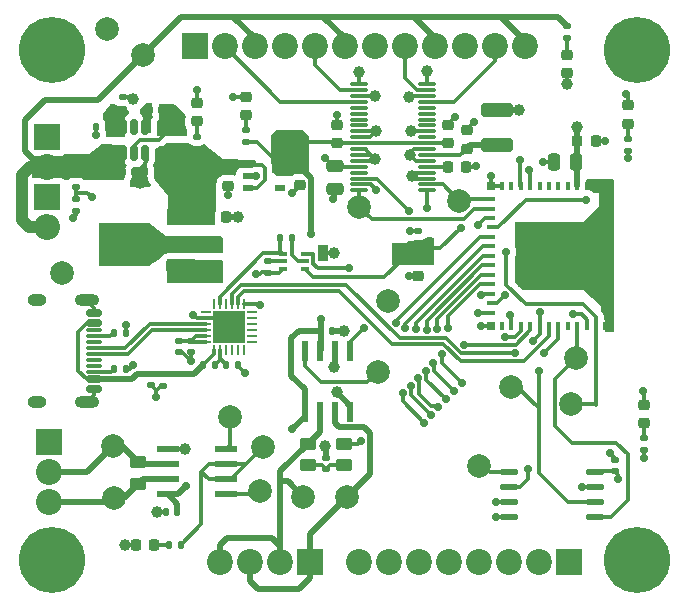
<source format=gtl>
G04 #@! TF.GenerationSoftware,KiCad,Pcbnew,7.0.7*
G04 #@! TF.CreationDate,2024-09-25T18:01:08-07:00*
G04 #@! TF.ProjectId,LAF Board Proto V1.0,4c414620-426f-4617-9264-2050726f746f,rev?*
G04 #@! TF.SameCoordinates,Original*
G04 #@! TF.FileFunction,Copper,L1,Top*
G04 #@! TF.FilePolarity,Positive*
%FSLAX46Y46*%
G04 Gerber Fmt 4.6, Leading zero omitted, Abs format (unit mm)*
G04 Created by KiCad (PCBNEW 7.0.7) date 2024-09-25 18:01:08*
%MOMM*%
%LPD*%
G01*
G04 APERTURE LIST*
G04 Aperture macros list*
%AMRoundRect*
0 Rectangle with rounded corners*
0 $1 Rounding radius*
0 $2 $3 $4 $5 $6 $7 $8 $9 X,Y pos of 4 corners*
0 Add a 4 corners polygon primitive as box body*
4,1,4,$2,$3,$4,$5,$6,$7,$8,$9,$2,$3,0*
0 Add four circle primitives for the rounded corners*
1,1,$1+$1,$2,$3*
1,1,$1+$1,$4,$5*
1,1,$1+$1,$6,$7*
1,1,$1+$1,$8,$9*
0 Add four rect primitives between the rounded corners*
20,1,$1+$1,$2,$3,$4,$5,0*
20,1,$1+$1,$4,$5,$6,$7,0*
20,1,$1+$1,$6,$7,$8,$9,0*
20,1,$1+$1,$8,$9,$2,$3,0*%
%AMFreePoly0*
4,1,15,-0.124998,0.730000,0.725000,0.730000,0.728536,0.728536,0.730000,0.725000,0.730000,-0.725000,0.728536,-0.728536,0.725000,-0.730000,-0.725000,-0.730000,-0.728536,-0.728536,-0.730000,-0.725000,-0.730001,0.125000,-0.728536,0.128536,-0.128536,0.728536,-0.125000,0.730001,-0.124998,0.730000,-0.124998,0.730000,$1*%
G04 Aperture macros list end*
G04 #@! TA.AperFunction,ComponentPad*
%ADD10R,2.200000X2.200000*%
G04 #@! TD*
G04 #@! TA.AperFunction,ComponentPad*
%ADD11C,2.200000*%
G04 #@! TD*
G04 #@! TA.AperFunction,SMDPad,CuDef*
%ADD12RoundRect,0.250000X-0.850000X0.375000X-0.850000X-0.375000X0.850000X-0.375000X0.850000X0.375000X0*%
G04 #@! TD*
G04 #@! TA.AperFunction,SMDPad,CuDef*
%ADD13RoundRect,0.135000X-0.135000X-0.185000X0.135000X-0.185000X0.135000X0.185000X-0.135000X0.185000X0*%
G04 #@! TD*
G04 #@! TA.AperFunction,SMDPad,CuDef*
%ADD14RoundRect,0.135000X0.185000X-0.135000X0.185000X0.135000X-0.185000X0.135000X-0.185000X-0.135000X0*%
G04 #@! TD*
G04 #@! TA.AperFunction,SMDPad,CuDef*
%ADD15RoundRect,0.140000X-0.170000X0.140000X-0.170000X-0.140000X0.170000X-0.140000X0.170000X0.140000X0*%
G04 #@! TD*
G04 #@! TA.AperFunction,SMDPad,CuDef*
%ADD16RoundRect,0.073750X-0.221250X0.801250X-0.221250X-0.801250X0.221250X-0.801250X0.221250X0.801250X0*%
G04 #@! TD*
G04 #@! TA.AperFunction,SMDPad,CuDef*
%ADD17RoundRect,0.250000X-1.100000X0.325000X-1.100000X-0.325000X1.100000X-0.325000X1.100000X0.325000X0*%
G04 #@! TD*
G04 #@! TA.AperFunction,SMDPad,CuDef*
%ADD18RoundRect,0.250000X-0.450000X0.262500X-0.450000X-0.262500X0.450000X-0.262500X0.450000X0.262500X0*%
G04 #@! TD*
G04 #@! TA.AperFunction,SMDPad,CuDef*
%ADD19RoundRect,0.135000X-0.185000X0.135000X-0.185000X-0.135000X0.185000X-0.135000X0.185000X0.135000X0*%
G04 #@! TD*
G04 #@! TA.AperFunction,SMDPad,CuDef*
%ADD20R,0.952500X0.508000*%
G04 #@! TD*
G04 #@! TA.AperFunction,SMDPad,CuDef*
%ADD21RoundRect,0.075000X0.662500X0.075000X-0.662500X0.075000X-0.662500X-0.075000X0.662500X-0.075000X0*%
G04 #@! TD*
G04 #@! TA.AperFunction,SMDPad,CuDef*
%ADD22RoundRect,0.218750X0.256250X-0.218750X0.256250X0.218750X-0.256250X0.218750X-0.256250X-0.218750X0*%
G04 #@! TD*
G04 #@! TA.AperFunction,SMDPad,CuDef*
%ADD23RoundRect,0.140000X-0.140000X-0.170000X0.140000X-0.170000X0.140000X0.170000X-0.140000X0.170000X0*%
G04 #@! TD*
G04 #@! TA.AperFunction,SMDPad,CuDef*
%ADD24RoundRect,0.225000X-0.250000X0.225000X-0.250000X-0.225000X0.250000X-0.225000X0.250000X0.225000X0*%
G04 #@! TD*
G04 #@! TA.AperFunction,SMDPad,CuDef*
%ADD25RoundRect,0.250000X0.450000X-0.262500X0.450000X0.262500X-0.450000X0.262500X-0.450000X-0.262500X0*%
G04 #@! TD*
G04 #@! TA.AperFunction,SMDPad,CuDef*
%ADD26RoundRect,0.135000X0.135000X0.185000X-0.135000X0.185000X-0.135000X-0.185000X0.135000X-0.185000X0*%
G04 #@! TD*
G04 #@! TA.AperFunction,SMDPad,CuDef*
%ADD27RoundRect,0.062500X-0.350000X-0.062500X0.350000X-0.062500X0.350000X0.062500X-0.350000X0.062500X0*%
G04 #@! TD*
G04 #@! TA.AperFunction,SMDPad,CuDef*
%ADD28RoundRect,0.062500X-0.062500X-0.350000X0.062500X-0.350000X0.062500X0.350000X-0.062500X0.350000X0*%
G04 #@! TD*
G04 #@! TA.AperFunction,SMDPad,CuDef*
%ADD29R,2.700000X2.700000*%
G04 #@! TD*
G04 #@! TA.AperFunction,ComponentPad*
%ADD30C,5.600000*%
G04 #@! TD*
G04 #@! TA.AperFunction,SMDPad,CuDef*
%ADD31RoundRect,0.218750X-0.256250X0.218750X-0.256250X-0.218750X0.256250X-0.218750X0.256250X0.218750X0*%
G04 #@! TD*
G04 #@! TA.AperFunction,SMDPad,CuDef*
%ADD32RoundRect,0.150000X-0.500000X0.150000X-0.500000X-0.150000X0.500000X-0.150000X0.500000X0.150000X0*%
G04 #@! TD*
G04 #@! TA.AperFunction,SMDPad,CuDef*
%ADD33RoundRect,0.075000X-0.575000X0.075000X-0.575000X-0.075000X0.575000X-0.075000X0.575000X0.075000X0*%
G04 #@! TD*
G04 #@! TA.AperFunction,ComponentPad*
%ADD34O,2.100000X1.000000*%
G04 #@! TD*
G04 #@! TA.AperFunction,ComponentPad*
%ADD35O,1.600000X1.000000*%
G04 #@! TD*
G04 #@! TA.AperFunction,SMDPad,CuDef*
%ADD36RoundRect,0.140000X0.140000X0.170000X-0.140000X0.170000X-0.140000X-0.170000X0.140000X-0.170000X0*%
G04 #@! TD*
G04 #@! TA.AperFunction,SMDPad,CuDef*
%ADD37RoundRect,0.133350X-0.615950X-0.133350X0.615950X-0.133350X0.615950X0.133350X-0.615950X0.133350X0*%
G04 #@! TD*
G04 #@! TA.AperFunction,SMDPad,CuDef*
%ADD38RoundRect,0.140000X0.170000X-0.140000X0.170000X0.140000X-0.170000X0.140000X-0.170000X-0.140000X0*%
G04 #@! TD*
G04 #@! TA.AperFunction,SMDPad,CuDef*
%ADD39R,0.650000X0.400000*%
G04 #@! TD*
G04 #@! TA.AperFunction,SMDPad,CuDef*
%ADD40R,0.889000X1.397000*%
G04 #@! TD*
G04 #@! TA.AperFunction,SMDPad,CuDef*
%ADD41RoundRect,0.225000X-0.225000X-0.250000X0.225000X-0.250000X0.225000X0.250000X-0.225000X0.250000X0*%
G04 #@! TD*
G04 #@! TA.AperFunction,SMDPad,CuDef*
%ADD42RoundRect,0.250000X-0.475000X0.250000X-0.475000X-0.250000X0.475000X-0.250000X0.475000X0.250000X0*%
G04 #@! TD*
G04 #@! TA.AperFunction,SMDPad,CuDef*
%ADD43RoundRect,0.150000X0.150000X-0.512500X0.150000X0.512500X-0.150000X0.512500X-0.150000X-0.512500X0*%
G04 #@! TD*
G04 #@! TA.AperFunction,SMDPad,CuDef*
%ADD44R,1.981200X0.540800*%
G04 #@! TD*
G04 #@! TA.AperFunction,SMDPad,CuDef*
%ADD45RoundRect,0.250000X0.250000X0.475000X-0.250000X0.475000X-0.250000X-0.475000X0.250000X-0.475000X0*%
G04 #@! TD*
G04 #@! TA.AperFunction,SMDPad,CuDef*
%ADD46R,0.400000X0.800000*%
G04 #@! TD*
G04 #@! TA.AperFunction,SMDPad,CuDef*
%ADD47R,0.800000X0.400000*%
G04 #@! TD*
G04 #@! TA.AperFunction,SMDPad,CuDef*
%ADD48R,1.450000X1.450000*%
G04 #@! TD*
G04 #@! TA.AperFunction,SMDPad,CuDef*
%ADD49R,0.700000X0.700000*%
G04 #@! TD*
G04 #@! TA.AperFunction,SMDPad,CuDef*
%ADD50FreePoly0,270.000000*%
G04 #@! TD*
G04 #@! TA.AperFunction,SMDPad,CuDef*
%ADD51RoundRect,0.250000X0.475000X-0.250000X0.475000X0.250000X-0.475000X0.250000X-0.475000X-0.250000X0*%
G04 #@! TD*
G04 #@! TA.AperFunction,SMDPad,CuDef*
%ADD52RoundRect,0.218750X-0.218750X-0.256250X0.218750X-0.256250X0.218750X0.256250X-0.218750X0.256250X0*%
G04 #@! TD*
G04 #@! TA.AperFunction,SMDPad,CuDef*
%ADD53R,2.150000X0.950000*%
G04 #@! TD*
G04 #@! TA.AperFunction,SMDPad,CuDef*
%ADD54R,2.150000X3.250000*%
G04 #@! TD*
G04 #@! TA.AperFunction,ComponentPad*
%ADD55C,2.000000*%
G04 #@! TD*
G04 #@! TA.AperFunction,ComponentPad*
%ADD56O,2.200000X2.200000*%
G04 #@! TD*
G04 #@! TA.AperFunction,ViaPad*
%ADD57C,1.000000*%
G04 #@! TD*
G04 #@! TA.AperFunction,ViaPad*
%ADD58C,0.700000*%
G04 #@! TD*
G04 #@! TA.AperFunction,Conductor*
%ADD59C,0.300000*%
G04 #@! TD*
G04 #@! TA.AperFunction,Conductor*
%ADD60C,0.500000*%
G04 #@! TD*
G04 #@! TA.AperFunction,Conductor*
%ADD61C,1.000000*%
G04 #@! TD*
G04 APERTURE END LIST*
D10*
X72930000Y-72530000D03*
D11*
X70390000Y-72530000D03*
X67850000Y-72530000D03*
X65310000Y-72530000D03*
X62770000Y-72530000D03*
X60230000Y-72530000D03*
X57690000Y-72530000D03*
X55150000Y-72530000D03*
D10*
X51050000Y-72520000D03*
D11*
X48510000Y-72520000D03*
X45970000Y-72520000D03*
X43430000Y-72520000D03*
X28910000Y-67460000D03*
X28910000Y-64920000D03*
D10*
X28910000Y-62380000D03*
D12*
X39300000Y-35715000D03*
X39300000Y-37865000D03*
D13*
X32930001Y-35655000D03*
X33950001Y-35655000D03*
D14*
X35200001Y-34180000D03*
X35200001Y-33160000D03*
X79270000Y-63071250D03*
X79270000Y-62051250D03*
D15*
X39940000Y-53797500D03*
X39940000Y-54757500D03*
D14*
X47470000Y-48040000D03*
X47470000Y-47020000D03*
D16*
X54385000Y-54635000D03*
X53115000Y-54635000D03*
X51845000Y-54635000D03*
X50575000Y-54635000D03*
X50575000Y-59805000D03*
X51845000Y-59805000D03*
X53115000Y-59805000D03*
X54385000Y-59805000D03*
D17*
X66840000Y-34265000D03*
X66840000Y-37215000D03*
D15*
X38549999Y-56630000D03*
X38549999Y-57590000D03*
D13*
X48460000Y-45090000D03*
X49480000Y-45090000D03*
D18*
X53880000Y-62492500D03*
X53880000Y-64317500D03*
D19*
X72810000Y-27160000D03*
X72810000Y-28180000D03*
D20*
X45762050Y-38930040D03*
X45762050Y-39880000D03*
X45762050Y-40829960D03*
X48517950Y-40829960D03*
X48517950Y-38930040D03*
D21*
X60922500Y-41060000D03*
X60922500Y-40560000D03*
X60922500Y-40060000D03*
X60922500Y-39560000D03*
X60922500Y-39060000D03*
X60922500Y-38560000D03*
X60922500Y-38060000D03*
X60922500Y-37560000D03*
X60922500Y-37060000D03*
X60922500Y-36560000D03*
X60922500Y-36060000D03*
X60922500Y-35560000D03*
X60922500Y-35060000D03*
X60922500Y-34560000D03*
X60922500Y-34060000D03*
X60922500Y-33560000D03*
X60922500Y-33060000D03*
X60922500Y-32560000D03*
X60922500Y-32060000D03*
X55197500Y-32060000D03*
X55197500Y-32560000D03*
X55197500Y-33060000D03*
X55197500Y-33560000D03*
X55197500Y-34060000D03*
X55197500Y-34560000D03*
X55197500Y-35060000D03*
X55197500Y-35560000D03*
X55197500Y-36060000D03*
X55197500Y-36560000D03*
X55197500Y-37060000D03*
X55197500Y-37560000D03*
X55197500Y-38060000D03*
X55197500Y-38560000D03*
X55197500Y-39060000D03*
X55197500Y-39560000D03*
X55197500Y-40060000D03*
X55197500Y-40560000D03*
X55197500Y-41060000D03*
D22*
X72810000Y-31145000D03*
X72810000Y-29570000D03*
D23*
X35200001Y-39530000D03*
X36160001Y-39530000D03*
D24*
X64310000Y-35965000D03*
X64310000Y-37515000D03*
D25*
X36490000Y-65922500D03*
X36490000Y-64097500D03*
D26*
X43020001Y-55807500D03*
X42000001Y-55807500D03*
D27*
X42207500Y-51360000D03*
X42207500Y-51860000D03*
X42207500Y-52360000D03*
X42207500Y-52860000D03*
X42207500Y-53360000D03*
X42207500Y-53860000D03*
D28*
X42920000Y-54572500D03*
X43420000Y-54572500D03*
X43920000Y-54572500D03*
X44420000Y-54572500D03*
X44920000Y-54572500D03*
X45420000Y-54572500D03*
D27*
X46132500Y-53860000D03*
X46132500Y-53360000D03*
X46132500Y-52860000D03*
X46132500Y-52360000D03*
X46132500Y-51860000D03*
X46132500Y-51360000D03*
D28*
X45420000Y-50647500D03*
X44920000Y-50647500D03*
X44420000Y-50647500D03*
X43920000Y-50647500D03*
X43420000Y-50647500D03*
X42920000Y-50647500D03*
D29*
X44170000Y-52610000D03*
D24*
X60215001Y-46745318D03*
X60215001Y-48295318D03*
D19*
X60215450Y-44480318D03*
X60215450Y-45500318D03*
D24*
X50170000Y-39095000D03*
X50170000Y-40645000D03*
D30*
X29210000Y-29210000D03*
D25*
X50860000Y-64320000D03*
X50860000Y-62495000D03*
D19*
X31200000Y-39720002D03*
X31200000Y-40740002D03*
D26*
X40130000Y-71050000D03*
X39110000Y-71050000D03*
D31*
X45640001Y-33142502D03*
X45640001Y-34717502D03*
X41460000Y-33645000D03*
X41460000Y-35220000D03*
D24*
X62730000Y-35515000D03*
X62730000Y-37065000D03*
D31*
X79270000Y-59193751D03*
X79270000Y-60768751D03*
D30*
X29210000Y-72390000D03*
D26*
X44970000Y-55817500D03*
X43950000Y-55817500D03*
D32*
X32760000Y-51470000D03*
X32760000Y-52270000D03*
D33*
X32760000Y-53420000D03*
X32760000Y-54420000D03*
X32760000Y-54920000D03*
X32760000Y-55920000D03*
D32*
X32760000Y-57070000D03*
X32760000Y-57870000D03*
X32760000Y-57870000D03*
X32760000Y-57070000D03*
D33*
X32760000Y-56420000D03*
X32760000Y-55420000D03*
X32760000Y-53920000D03*
X32760000Y-52920000D03*
D32*
X32760000Y-52270000D03*
X32760000Y-51470000D03*
D34*
X32120000Y-50350000D03*
D35*
X27940000Y-50350000D03*
D34*
X32120000Y-58990000D03*
D35*
X27940000Y-58990000D03*
D36*
X39790000Y-68250000D03*
X38830000Y-68250000D03*
D30*
X78740000Y-29210000D03*
D37*
X67882400Y-64875000D03*
X67882400Y-66145000D03*
X67882400Y-67415000D03*
X67882400Y-68685000D03*
X75197600Y-68685000D03*
X75197600Y-67415000D03*
X75197600Y-66145000D03*
X75197600Y-64875000D03*
D38*
X76850000Y-64860000D03*
X76850000Y-63900000D03*
D24*
X44100001Y-39155001D03*
X44100001Y-40705001D03*
D39*
X48710000Y-46410000D03*
X48710000Y-47060000D03*
X48710000Y-47710000D03*
X50610000Y-47710000D03*
X50610000Y-47060000D03*
X50610000Y-46410000D03*
D14*
X41460000Y-37519999D03*
X41460000Y-36499999D03*
D40*
X52094999Y-46390318D03*
X58595001Y-46390318D03*
D41*
X42410000Y-43300000D03*
X43960000Y-43300000D03*
D42*
X42710000Y-45690000D03*
X42710000Y-47590000D03*
D19*
X31190000Y-41760000D03*
X31190000Y-42780000D03*
D13*
X34400000Y-56180000D03*
X35420000Y-56180000D03*
D24*
X53330000Y-35515000D03*
X53330000Y-37065000D03*
D13*
X34410000Y-53140000D03*
X35430000Y-53140000D03*
D43*
X35200000Y-37930000D03*
X36150000Y-37930000D03*
X37100000Y-37930000D03*
X37100000Y-35655000D03*
X36150000Y-35655000D03*
X35200000Y-35655000D03*
D14*
X45640000Y-36940000D03*
X45640000Y-35920000D03*
D15*
X52370000Y-63707500D03*
X52370000Y-64667500D03*
D44*
X43904999Y-66795000D03*
X43904999Y-65525000D03*
X43904999Y-64255000D03*
X43904999Y-62985000D03*
X38975001Y-62985000D03*
X38975001Y-64255000D03*
X38975001Y-65525000D03*
X38975001Y-66795000D03*
D14*
X77960000Y-37710000D03*
X77960000Y-36690000D03*
D45*
X73550000Y-38650000D03*
X71650000Y-38650000D03*
D36*
X38040000Y-39530000D03*
X37080000Y-39530000D03*
D15*
X37540000Y-56610000D03*
X37540000Y-57570000D03*
D46*
X75270000Y-40700000D03*
X74470000Y-40700000D03*
X73670000Y-40700000D03*
X72870000Y-40700000D03*
X72070000Y-40700000D03*
X71270000Y-40700000D03*
X70470000Y-40700000D03*
X69670000Y-40700000D03*
X68870000Y-40700000D03*
X68070000Y-40700000D03*
X67270000Y-40700000D03*
D47*
X66370000Y-41800000D03*
X66370000Y-42600000D03*
X66370000Y-43400000D03*
X66370000Y-44200000D03*
X66370000Y-45000000D03*
X66370000Y-45800000D03*
X66370000Y-46600000D03*
X66370000Y-47400000D03*
X66370000Y-48200000D03*
X66370000Y-49000000D03*
X66370000Y-49800000D03*
X66370000Y-50600000D03*
X66370000Y-51400000D03*
D46*
X67270000Y-52500000D03*
X68070000Y-52500000D03*
X68870000Y-52500000D03*
X69670000Y-52500000D03*
X70470000Y-52500000D03*
X71270000Y-52500000D03*
X72070000Y-52500000D03*
X72870000Y-52500000D03*
X73670000Y-52500000D03*
X74470000Y-52500000D03*
X75270000Y-52500000D03*
D47*
X76170000Y-51400000D03*
X76170000Y-50600000D03*
X76170000Y-49800000D03*
X76170000Y-49000000D03*
X76170000Y-48200000D03*
X76170000Y-47400000D03*
X76170000Y-46600000D03*
X76170000Y-45800000D03*
X76170000Y-45000000D03*
X76170000Y-44200000D03*
X76170000Y-43400000D03*
X76170000Y-42600000D03*
X76170000Y-41800000D03*
D48*
X71270000Y-46600000D03*
D49*
X76220000Y-52550000D03*
X66320000Y-52550000D03*
X66320000Y-40650000D03*
X76220000Y-40650000D03*
D48*
X71270000Y-44650000D03*
X69320000Y-44650000D03*
X69320000Y-46600000D03*
X69320000Y-48550000D03*
X71270000Y-48550000D03*
X73220000Y-48550000D03*
X73220000Y-46600000D03*
D50*
X73220000Y-44650000D03*
D51*
X53140000Y-40900000D03*
X53140000Y-39000000D03*
D30*
X78740000Y-72380000D03*
D31*
X77960000Y-33822500D03*
X77960000Y-35397500D03*
D52*
X36272501Y-71050000D03*
X37847501Y-71050000D03*
D23*
X51950000Y-52940000D03*
X52910000Y-52940000D03*
D41*
X62695000Y-39060000D03*
X64245000Y-39060000D03*
D23*
X37460000Y-34220000D03*
X38420000Y-34220000D03*
D15*
X40980001Y-53797500D03*
X40980001Y-54757500D03*
D53*
X40230000Y-47900000D03*
X40230000Y-45600000D03*
X40230000Y-43300000D03*
D54*
X34430000Y-45600000D03*
D41*
X73655000Y-36850000D03*
X75205000Y-36850000D03*
D55*
X73540000Y-55260000D03*
X34410000Y-67130000D03*
X34370000Y-62680000D03*
X46810000Y-66500000D03*
X30010000Y-48060000D03*
D56*
X28790000Y-44160000D03*
D10*
X28790000Y-41620000D03*
D11*
X28790000Y-39080000D03*
D10*
X28790000Y-36540000D03*
D55*
X33860000Y-27360000D03*
X73090000Y-59160000D03*
X54170000Y-67000000D03*
X36880000Y-29630000D03*
D10*
X41260000Y-28850000D03*
D11*
X43800000Y-28850000D03*
X46340000Y-28850000D03*
X48880000Y-28850000D03*
X51420000Y-28850000D03*
X53960000Y-28850000D03*
X56500000Y-28850000D03*
X59040000Y-28850000D03*
X61580000Y-28850000D03*
X64120000Y-28850000D03*
X66660000Y-28850000D03*
X69200000Y-28850000D03*
D55*
X49750000Y-36960000D03*
X50450000Y-67000000D03*
X55190000Y-42440001D03*
X56810000Y-56400000D03*
X44280000Y-60270000D03*
X68090000Y-57670000D03*
X65330000Y-64400000D03*
X40840000Y-40770000D03*
X63670000Y-41940000D03*
X57640000Y-50440000D03*
X47070000Y-62810000D03*
D57*
X36080000Y-33330000D03*
X56540000Y-38380000D03*
D58*
X44100000Y-41490000D03*
X42320000Y-48480000D03*
X65540000Y-52550000D03*
X76400000Y-63320000D03*
D57*
X74940000Y-46510000D03*
X74940000Y-49160000D03*
D58*
X44480000Y-33140000D03*
D57*
X53280000Y-58170000D03*
X35340000Y-71050000D03*
X52280000Y-62740000D03*
D58*
X32930001Y-36330000D03*
X52940000Y-41750000D03*
X41490000Y-32569999D03*
X59395450Y-48295318D03*
D57*
X74940000Y-45185000D03*
X56508284Y-33058767D03*
X59609106Y-36054748D03*
X72810000Y-32080000D03*
X59439380Y-33116796D03*
D58*
X65050000Y-39000000D03*
X30930000Y-43390000D03*
X79250000Y-58081251D03*
X36051486Y-55881110D03*
D57*
X68690000Y-34260000D03*
X59640000Y-39800000D03*
D58*
X65260000Y-43989500D03*
X45550000Y-56500000D03*
X41160000Y-51580000D03*
X40980000Y-55517500D03*
X63350000Y-34830000D03*
D57*
X74940000Y-47835000D03*
D58*
X49540000Y-41240000D03*
D57*
X56660000Y-36010000D03*
D58*
X35460000Y-52470000D03*
D57*
X40470000Y-62990000D03*
D58*
X43070000Y-48500000D03*
D57*
X59485500Y-38080000D03*
X53035001Y-46390318D03*
X44910000Y-43300000D03*
X53090000Y-56020000D03*
X55200000Y-31000000D03*
X74940000Y-43860000D03*
D58*
X46499016Y-39880000D03*
D57*
X60920000Y-30990000D03*
D58*
X76000000Y-36840000D03*
D57*
X36610000Y-40400000D03*
X38050000Y-68250000D03*
X53870000Y-52940000D03*
D58*
X66790000Y-68700000D03*
X53330000Y-34710000D03*
X66350000Y-39850000D03*
X70800000Y-38670000D03*
X64910000Y-35280000D03*
X77790000Y-32909999D03*
X37970000Y-58570000D03*
X79270000Y-63681251D03*
D57*
X73670000Y-35660000D03*
D58*
X59530000Y-44500000D03*
D57*
X37350000Y-44550000D03*
D58*
X74100000Y-66145000D03*
D57*
X37400000Y-45650000D03*
X36300000Y-46750000D03*
X37400000Y-46750000D03*
D58*
X66790000Y-67410000D03*
X52290000Y-38280000D03*
D57*
X36300000Y-45640000D03*
D58*
X77150000Y-65510000D03*
D57*
X36300000Y-44550000D03*
D58*
X69540000Y-39330000D03*
X63790000Y-44230000D03*
X51950000Y-51930000D03*
X49520000Y-61300000D03*
X51120000Y-44760000D03*
X40570000Y-66110000D03*
X54340000Y-47640000D03*
X67530000Y-49920000D03*
X46450000Y-48170000D03*
X46825813Y-50790863D03*
X55310000Y-62320000D03*
X67960000Y-51610000D03*
X32570000Y-41660000D03*
X68850000Y-38480000D03*
X74400000Y-41850000D03*
X77920000Y-38340000D03*
X70410000Y-56360000D03*
X69880189Y-53830567D03*
X70470000Y-51379500D03*
X56640000Y-41010000D03*
X60922500Y-42560000D03*
X59450000Y-42790000D03*
X67650000Y-46270000D03*
X69510000Y-64670000D03*
X73340000Y-51550000D03*
X67570000Y-53441000D03*
X64095628Y-54125628D03*
X55580000Y-52710000D03*
X65520000Y-49900500D03*
X65290000Y-51400000D03*
X68420000Y-54840000D03*
X70850000Y-54840000D03*
X62696128Y-52740000D03*
X63923175Y-57343175D03*
X62225122Y-54941422D03*
X63230500Y-58085837D03*
X61800893Y-52827508D03*
X61464804Y-55701740D03*
X62533774Y-58732575D03*
X60901599Y-52846847D03*
X60828760Y-56337784D03*
X60002191Y-52833788D03*
X60192716Y-56973828D03*
X61897730Y-59368620D03*
X61303671Y-60044045D03*
X59106833Y-52747539D03*
X59556672Y-57609873D03*
X60716198Y-60725206D03*
X58920628Y-58245917D03*
X58338209Y-52280291D03*
D59*
X46539006Y-40829960D02*
X47199016Y-40169950D01*
X47199016Y-39149016D02*
X46980040Y-38930040D01*
X47199016Y-40169950D02*
X47199016Y-39149016D01*
X46980040Y-38930040D02*
X45762050Y-38930040D01*
X35910000Y-33160000D02*
X36080000Y-33330000D01*
X35200001Y-33160000D02*
X35910000Y-33160000D01*
X45762050Y-40829960D02*
X46539006Y-40829960D01*
X37970000Y-58570000D02*
X37970000Y-58060000D01*
X56540000Y-38380000D02*
X56220000Y-38060000D01*
X52094999Y-46390318D02*
X53035001Y-46390318D01*
X64310000Y-35965000D02*
X64310000Y-35880000D01*
D60*
X52370000Y-63707500D02*
X52370000Y-62830000D01*
X52370000Y-62830000D02*
X52280000Y-62740000D01*
X53280000Y-58170000D02*
X54385000Y-59275000D01*
D59*
X75990000Y-36850000D02*
X76000000Y-36840000D01*
X66320000Y-40650000D02*
X66320000Y-39880000D01*
X75205000Y-36850000D02*
X75990000Y-36850000D01*
X77790000Y-32909999D02*
X77960000Y-33079999D01*
D60*
X53115000Y-55995000D02*
X53090000Y-56020000D01*
D59*
X56220000Y-38060000D02*
X55197500Y-38060000D01*
X35420000Y-56180000D02*
X35752596Y-56180000D01*
X32760000Y-58350000D02*
X32120000Y-58990000D01*
X65849500Y-43400000D02*
X65260000Y-43989500D01*
X40980001Y-54757500D02*
X40980001Y-55517499D01*
X56507051Y-33060000D02*
X56508284Y-33058767D01*
X32760000Y-50990000D02*
X32120000Y-50350000D01*
D60*
X52910000Y-52940000D02*
X53870000Y-52940000D01*
X68685000Y-34265000D02*
X68690000Y-34260000D01*
D59*
X37970000Y-58000000D02*
X37540000Y-57570000D01*
X40980001Y-55517499D02*
X40980000Y-55517500D01*
X79270000Y-59193752D02*
X79270000Y-58101250D01*
X64990000Y-39060000D02*
X64245000Y-39060000D01*
X55197500Y-32060000D02*
X55197500Y-31002500D01*
X39940000Y-54757500D02*
X40220000Y-54757500D01*
X65050000Y-39000000D02*
X64990000Y-39060000D01*
X59640000Y-39800000D02*
X59900000Y-40060000D01*
X36272501Y-71050000D02*
X35340000Y-71050000D01*
D60*
X53115000Y-54635000D02*
X53115000Y-55995000D01*
D59*
X56540000Y-38380000D02*
X56360000Y-38560000D01*
X59614358Y-36060000D02*
X59609106Y-36054748D01*
X53140000Y-40900000D02*
X53140000Y-41550000D01*
X41490000Y-33615000D02*
X41460000Y-33645000D01*
X44970000Y-55920000D02*
X44970000Y-55817500D01*
X59485500Y-38080000D02*
X59965500Y-38560000D01*
X56610000Y-36060000D02*
X55197500Y-36060000D01*
X67270000Y-40700000D02*
X66370000Y-40700000D01*
X59485500Y-38080000D02*
X59485500Y-37924500D01*
X35752596Y-56180000D02*
X36051486Y-55881110D01*
X45762050Y-39880000D02*
X46499016Y-39880000D01*
X45640001Y-33142502D02*
X44482502Y-33142502D01*
X76850000Y-63900000D02*
X76850000Y-63770000D01*
X53140000Y-41550000D02*
X52940000Y-41750000D01*
X59850000Y-37560000D02*
X60922500Y-37560000D01*
X65540000Y-52550000D02*
X66320000Y-52550000D01*
D60*
X66840000Y-34265000D02*
X68685000Y-34265000D01*
D59*
X59900000Y-40060000D02*
X60922500Y-40060000D01*
X44100001Y-41489999D02*
X44100000Y-41490000D01*
X55197500Y-33060000D02*
X56507051Y-33060000D01*
X41490000Y-32569999D02*
X41490000Y-33615000D01*
X40465000Y-62985000D02*
X40470000Y-62990000D01*
X32930001Y-36330000D02*
X32930001Y-35655000D01*
X62730000Y-35450000D02*
X63350000Y-34830000D01*
X60922500Y-30992500D02*
X60920000Y-30990000D01*
X38440000Y-57590000D02*
X38549999Y-57590000D01*
X44482502Y-33142502D02*
X44480000Y-33140000D01*
X49540000Y-41240000D02*
X49575000Y-41240000D01*
X31190000Y-43130000D02*
X31190000Y-42780000D01*
X59496176Y-33060000D02*
X59439380Y-33116796D01*
X71650000Y-38650000D02*
X70820000Y-38650000D01*
X30930000Y-43390000D02*
X31190000Y-43130000D01*
X37970000Y-58060000D02*
X38440000Y-57590000D01*
X55720000Y-37560000D02*
X55197500Y-37560000D01*
X67882400Y-68685000D02*
X66805000Y-68685000D01*
X41160000Y-51580000D02*
X41440000Y-51860000D01*
X66320000Y-39880000D02*
X66350000Y-39850000D01*
X60922500Y-32060000D02*
X60922500Y-30992500D01*
X60922500Y-33060000D02*
X59496176Y-33060000D01*
X59485500Y-37924500D02*
X59850000Y-37560000D01*
D60*
X43960000Y-43300000D02*
X44910000Y-43300000D01*
D59*
X56660000Y-36010000D02*
X56110000Y-36560000D01*
X64310000Y-35880000D02*
X64910000Y-35280000D01*
X59965500Y-38560000D02*
X60922500Y-38560000D01*
D60*
X54385000Y-59275000D02*
X54385000Y-59805000D01*
D59*
X60922500Y-39560000D02*
X59880000Y-39560000D01*
X44170000Y-52610000D02*
X43420000Y-51860000D01*
X59395450Y-48295318D02*
X60215001Y-48295318D01*
X41440000Y-51860000D02*
X42207500Y-51860000D01*
X66370000Y-40700000D02*
X66320000Y-40650000D01*
X66805000Y-68685000D02*
X66790000Y-68700000D01*
X76850000Y-63770000D02*
X76400000Y-63320000D01*
X53330000Y-35515000D02*
X53330000Y-34710000D01*
X60922500Y-36060000D02*
X59614358Y-36060000D01*
X79270000Y-58101250D02*
X79250000Y-58081251D01*
X56540000Y-38380000D02*
X55720000Y-37560000D01*
X45550000Y-56500000D02*
X44970000Y-55920000D01*
X32760000Y-51470000D02*
X32760000Y-50990000D01*
X38830000Y-68250000D02*
X38050000Y-68250000D01*
X38975001Y-62985000D02*
X40465000Y-62985000D01*
X70820000Y-38650000D02*
X70800000Y-38670000D01*
X35430000Y-53140000D02*
X35430000Y-52500000D01*
X56110000Y-36560000D02*
X55197500Y-36560000D01*
X56360000Y-38560000D02*
X55197500Y-38560000D01*
X77960000Y-33079999D02*
X77960000Y-33822499D01*
X56660000Y-36010000D02*
X56610000Y-36060000D01*
X37970000Y-58570000D02*
X37970000Y-58000000D01*
X44100001Y-40705001D02*
X44100001Y-41489999D01*
X72810000Y-31145000D02*
X72810000Y-32080000D01*
X49575000Y-41240000D02*
X50170000Y-40645000D01*
X59880000Y-39560000D02*
X59640000Y-39800000D01*
X43420000Y-51860000D02*
X42207500Y-51860000D01*
X35430000Y-52500000D02*
X35460000Y-52470000D01*
X55197500Y-31002500D02*
X55200000Y-31000000D01*
X32760000Y-57870000D02*
X32760000Y-58350000D01*
X40220000Y-54757500D02*
X40980000Y-55517500D01*
X62730000Y-35515000D02*
X62730000Y-35450000D01*
X66370000Y-43400000D02*
X65849500Y-43400000D01*
X67882400Y-67415000D02*
X66795000Y-67415000D01*
X55197500Y-39060000D02*
X53200000Y-39060000D01*
X79270000Y-63071249D02*
X79270000Y-63681251D01*
X75212600Y-64860000D02*
X75197600Y-64875000D01*
X53200000Y-39060000D02*
X53140000Y-39000000D01*
X77150000Y-65160000D02*
X76850000Y-64860000D01*
X74100000Y-66145000D02*
X75197600Y-66145000D01*
X66795000Y-67415000D02*
X66790000Y-67410000D01*
X59530000Y-44500000D02*
X59549682Y-44480318D01*
X53140000Y-39000000D02*
X53010000Y-39000000D01*
X53010000Y-39000000D02*
X52290000Y-38280000D01*
X77150000Y-65510000D02*
X77150000Y-65160000D01*
X76850000Y-64860000D02*
X75212600Y-64860000D01*
X59549682Y-44480318D02*
X60215450Y-44480318D01*
D60*
X73670000Y-40700000D02*
X73670000Y-35660000D01*
D59*
X51300000Y-48400000D02*
X57295319Y-48400000D01*
X57295319Y-48400000D02*
X58950001Y-46745318D01*
X61010319Y-45950000D02*
X60215001Y-46745318D01*
X62070000Y-45950000D02*
X61010319Y-45950000D01*
X69670000Y-39460000D02*
X69540000Y-39330000D01*
X63790000Y-44230000D02*
X62070000Y-45950000D01*
X58950001Y-46745318D02*
X60215001Y-46745318D01*
X50610000Y-47710000D02*
X51300000Y-48400000D01*
X69670000Y-40700000D02*
X69670000Y-39460000D01*
X31400000Y-56311041D02*
X32158959Y-57070000D01*
X31400000Y-53025305D02*
X31400000Y-56311041D01*
D60*
X38549999Y-56630000D02*
X41177501Y-56630000D01*
X35920000Y-57070000D02*
X36380000Y-56610000D01*
X41177501Y-56630000D02*
X42000001Y-55807500D01*
D59*
X42920000Y-54887501D02*
X42000001Y-55807500D01*
X32155305Y-52270000D02*
X31400000Y-53025305D01*
D60*
X37540000Y-56610000D02*
X38529999Y-56610000D01*
X38529999Y-56610000D02*
X38549999Y-56630000D01*
D59*
X32158959Y-57070000D02*
X32760000Y-57070000D01*
X32760000Y-52270000D02*
X32155305Y-52270000D01*
X42920000Y-54572500D02*
X42920000Y-54887501D01*
D60*
X32760000Y-57070000D02*
X35920000Y-57070000D01*
X36380000Y-56610000D02*
X37540000Y-56610000D01*
D59*
X40980001Y-53797500D02*
X41417501Y-53360000D01*
X41042501Y-53860000D02*
X40980001Y-53797500D01*
X41417501Y-53360000D02*
X42207500Y-53360000D01*
X39940000Y-53797500D02*
X40980001Y-53797500D01*
X42207500Y-53860000D02*
X41042501Y-53860000D01*
D60*
X39790000Y-68250000D02*
X39790000Y-67609999D01*
X50575000Y-59805000D02*
X50575000Y-57895000D01*
X51100000Y-44740000D02*
X51100000Y-40025000D01*
X49450000Y-53590000D02*
X50100000Y-52940000D01*
D59*
X62725000Y-37060000D02*
X62730000Y-37065000D01*
D60*
X39790000Y-67609999D02*
X38975001Y-66795000D01*
X51120000Y-44760000D02*
X51100000Y-44740000D01*
X50575000Y-57895000D02*
X49450000Y-56770000D01*
X50100000Y-52940000D02*
X51950000Y-52940000D01*
D59*
X53330000Y-37065000D02*
X53335000Y-37060000D01*
X60922500Y-37060000D02*
X62725000Y-37060000D01*
D60*
X51950000Y-54530000D02*
X51845000Y-54635000D01*
D59*
X45640000Y-36940000D02*
X46527910Y-36940000D01*
X53335000Y-37060000D02*
X55197500Y-37060000D01*
X46527910Y-36940000D02*
X48517950Y-38930040D01*
D60*
X40570000Y-66110000D02*
X39885000Y-66795000D01*
X51950000Y-52940000D02*
X51950000Y-51930000D01*
X50575000Y-60245000D02*
X49520000Y-61300000D01*
D59*
X53225000Y-36960000D02*
X53330000Y-37065000D01*
D60*
X39885000Y-66795000D02*
X38975001Y-66795000D01*
X51100000Y-40025000D02*
X50170000Y-39095000D01*
X51950000Y-52940000D02*
X51950000Y-54530000D01*
X50575000Y-59805000D02*
X50575000Y-60245000D01*
D59*
X49750000Y-36960000D02*
X53225000Y-36960000D01*
X55197500Y-37060000D02*
X60922500Y-37060000D01*
D60*
X49450000Y-56770000D02*
X49450000Y-53590000D01*
X46340000Y-28850000D02*
X46340000Y-28160000D01*
X53960000Y-28860000D02*
X53960000Y-28190000D01*
D61*
X27234366Y-44160000D02*
X26670000Y-43595634D01*
D60*
X28560000Y-33410000D02*
X33100000Y-33410000D01*
X61580000Y-28850000D02*
X61580000Y-28140000D01*
D61*
X26670000Y-39730000D02*
X27320000Y-39080000D01*
X27320000Y-39080000D02*
X28790000Y-39080000D01*
D60*
X28790000Y-39080000D02*
X28230000Y-39080000D01*
X40140000Y-26370000D02*
X72020000Y-26370000D01*
X28230000Y-39080000D02*
X26860000Y-37710000D01*
D61*
X26670000Y-43595634D02*
X26670000Y-39730000D01*
D60*
X72020000Y-26370000D02*
X72810000Y-27160000D01*
X53960000Y-28190000D02*
X52140000Y-26370000D01*
X53920000Y-28900000D02*
X53960000Y-28860000D01*
X46340000Y-28160000D02*
X44550000Y-26370000D01*
D61*
X28790000Y-44160000D02*
X27234366Y-44160000D01*
D60*
X69200000Y-28850000D02*
X69200000Y-28380000D01*
X33100000Y-33410000D02*
X40140000Y-26370000D01*
X69200000Y-28380000D02*
X67190000Y-26370000D01*
X26860000Y-37710000D02*
X26860000Y-35110000D01*
X26860000Y-35110000D02*
X28560000Y-33410000D01*
X61580000Y-28140000D02*
X59810000Y-26370000D01*
D59*
X38205000Y-36810000D02*
X39300000Y-35715000D01*
X36150000Y-37930000D02*
X36150000Y-37300000D01*
X36150000Y-37300000D02*
X36640000Y-36810000D01*
X36640000Y-36810000D02*
X38205000Y-36810000D01*
X52720000Y-64317500D02*
X52370000Y-64667500D01*
X52022500Y-64320000D02*
X52370000Y-64667500D01*
X53880000Y-64317500D02*
X52720000Y-64317500D01*
X50860000Y-64320000D02*
X52022500Y-64320000D01*
D60*
X66840000Y-37215000D02*
X64610000Y-37215000D01*
D59*
X60922500Y-38060000D02*
X63765000Y-38060000D01*
D60*
X64610000Y-37215000D02*
X64310000Y-37515000D01*
D59*
X63765000Y-38060000D02*
X64310000Y-37515000D01*
X60922500Y-39060000D02*
X62695000Y-39060000D01*
X37847501Y-71050000D02*
X39110000Y-71050000D01*
X45640001Y-35919999D02*
X45640000Y-35920000D01*
X45640001Y-34717502D02*
X45640001Y-35919999D01*
X79270000Y-62051249D02*
X79270000Y-60768751D01*
X72810000Y-28180000D02*
X72810000Y-29570000D01*
X41460000Y-35220000D02*
X41460000Y-36499999D01*
X77960000Y-36689999D02*
X77960000Y-35397499D01*
X32760000Y-53420000D02*
X34130000Y-53420000D01*
X34130000Y-53420000D02*
X34410000Y-53140000D01*
X35390000Y-54420000D02*
X37450000Y-52360000D01*
X32760000Y-54420000D02*
X35390000Y-54420000D01*
X37450000Y-52360000D02*
X42207500Y-52360000D01*
X37657106Y-52860000D02*
X35597106Y-54920000D01*
X42207500Y-52860000D02*
X37657106Y-52860000D01*
X35597106Y-54920000D02*
X32760000Y-54920000D01*
X34160000Y-56420000D02*
X34400000Y-56180000D01*
X32760000Y-56420000D02*
X34160000Y-56420000D01*
D60*
X34080000Y-67460000D02*
X34410000Y-67130000D01*
X34410000Y-67130000D02*
X35282500Y-67130000D01*
X38975001Y-65525000D02*
X36887500Y-65525000D01*
X35282500Y-67130000D02*
X36490000Y-65922500D01*
X28910000Y-67460000D02*
X34080000Y-67460000D01*
X36887500Y-65525000D02*
X36490000Y-65922500D01*
X38975001Y-64255000D02*
X36647500Y-64255000D01*
X34370000Y-62680000D02*
X35072500Y-62680000D01*
X35072500Y-62680000D02*
X36490000Y-64097500D01*
X32130000Y-64920000D02*
X34370000Y-62680000D01*
X36647500Y-64255000D02*
X36490000Y-64097500D01*
X28910000Y-64920000D02*
X32130000Y-64920000D01*
D59*
X66660000Y-30090000D02*
X66660000Y-28850000D01*
X63190000Y-33560000D02*
X66660000Y-30090000D01*
X60922500Y-33560000D02*
X63190000Y-33560000D01*
X60083959Y-32560000D02*
X59040000Y-31516041D01*
X60922500Y-32560000D02*
X60083959Y-32560000D01*
X59040000Y-31516041D02*
X59040000Y-28850000D01*
X51420000Y-30405634D02*
X53574366Y-32560000D01*
X51420000Y-28850000D02*
X51420000Y-30405634D01*
X53574366Y-32560000D02*
X55197500Y-32560000D01*
X48510000Y-33560000D02*
X55197500Y-33560000D01*
X43800000Y-28850000D02*
X48510000Y-33560000D01*
X67530000Y-49920000D02*
X66850000Y-50600000D01*
X51300499Y-46475499D02*
X51300499Y-47250499D01*
X66850000Y-50600000D02*
X66370000Y-50600000D01*
X51235000Y-46410000D02*
X51300499Y-46475499D01*
X51690000Y-47640000D02*
X54340000Y-47640000D01*
X50610000Y-46410000D02*
X51235000Y-46410000D01*
X51300499Y-47250499D02*
X51690000Y-47640000D01*
D60*
X51050000Y-72520000D02*
X51050000Y-70120000D01*
X55640000Y-61130000D02*
X56110000Y-61600000D01*
X56110000Y-61600000D02*
X56110000Y-65060000D01*
X53470000Y-61130000D02*
X55640000Y-61130000D01*
X56110000Y-65060000D02*
X54170000Y-67000000D01*
X53115000Y-60775000D02*
X53470000Y-61130000D01*
X46670000Y-74850000D02*
X50080000Y-74850000D01*
X51050000Y-73880000D02*
X51050000Y-72520000D01*
X50080000Y-74850000D02*
X51050000Y-73880000D01*
X45970000Y-72520000D02*
X45970000Y-74150000D01*
X45970000Y-74150000D02*
X46670000Y-74850000D01*
X53115000Y-59805000D02*
X53115000Y-60775000D01*
X51050000Y-70120000D02*
X54170000Y-67000000D01*
X43430000Y-72520000D02*
X43430000Y-71100000D01*
X47800000Y-70490000D02*
X48510000Y-71200000D01*
X49130000Y-65680000D02*
X48510000Y-65680000D01*
X48510000Y-65680000D02*
X48510000Y-64845000D01*
X48510000Y-64845000D02*
X50860000Y-62495000D01*
X51845000Y-61510000D02*
X50860000Y-62495000D01*
X51845000Y-59805000D02*
X51845000Y-61510000D01*
X43430000Y-71100000D02*
X44040000Y-70490000D01*
X48510000Y-72520000D02*
X48510000Y-65680000D01*
X48510000Y-71200000D02*
X48510000Y-72520000D01*
X50450000Y-67000000D02*
X49130000Y-65680000D01*
X44040000Y-70490000D02*
X47800000Y-70490000D01*
D59*
X43420000Y-50064106D02*
X47084106Y-46400000D01*
X47084106Y-46400000D02*
X48700000Y-46400000D01*
X43420000Y-50647500D02*
X43420000Y-50151637D01*
X48460000Y-45090000D02*
X48460000Y-46160000D01*
X43420000Y-50090000D02*
X43420000Y-50064106D01*
X48460000Y-46160000D02*
X48710000Y-46410000D01*
X48700000Y-46400000D02*
X48710000Y-46410000D01*
X47470000Y-47020000D02*
X48670000Y-47020000D01*
X48670000Y-47020000D02*
X48710000Y-47060000D01*
X48380000Y-48040000D02*
X48710000Y-47710000D01*
X46825813Y-50790863D02*
X46682450Y-50647500D01*
X46980000Y-47980000D02*
X47410000Y-47980000D01*
X47470000Y-48040000D02*
X48380000Y-48040000D01*
X46790000Y-48170000D02*
X46980000Y-47980000D01*
X47410000Y-47980000D02*
X47470000Y-48040000D01*
X46450000Y-48170000D02*
X46790000Y-48170000D01*
X46682450Y-50647500D02*
X45420000Y-50647500D01*
X49480000Y-46555000D02*
X49985000Y-47060000D01*
X49985000Y-47060000D02*
X50610000Y-47060000D01*
X49480000Y-45090000D02*
X49480000Y-46555000D01*
X43420000Y-54572500D02*
X43420000Y-55407501D01*
X43420000Y-55407501D02*
X43020001Y-55807500D01*
X43950000Y-55817500D02*
X43540001Y-55407501D01*
X43540001Y-55407501D02*
X43420000Y-55407501D01*
X53880000Y-62492500D02*
X55137500Y-62492500D01*
X55137500Y-62492500D02*
X55310000Y-62320000D01*
X41840000Y-64880000D02*
X42485000Y-65525000D01*
X41840000Y-69340000D02*
X40130000Y-71050000D01*
X41840000Y-64880000D02*
X41840000Y-69340000D01*
X42465000Y-64255000D02*
X41840000Y-64880000D01*
X68070000Y-51720000D02*
X68070000Y-52500000D01*
X43904999Y-64255000D02*
X42465000Y-64255000D01*
X45625000Y-64255000D02*
X47070000Y-62810000D01*
X44355000Y-65525000D02*
X45625000Y-64255000D01*
X42485000Y-65525000D02*
X43904999Y-65525000D01*
X43904999Y-64255000D02*
X45625000Y-64255000D01*
X43904999Y-65525000D02*
X44355000Y-65525000D01*
X67960000Y-51610000D02*
X68070000Y-51720000D01*
X68840000Y-38490000D02*
X68840000Y-40670000D01*
X31200000Y-41750000D02*
X31190000Y-41760000D01*
X32160000Y-41250000D02*
X32570000Y-41660000D01*
X31200000Y-41250000D02*
X31200000Y-41750000D01*
X68840000Y-40670000D02*
X68870000Y-40700000D01*
X68850000Y-38480000D02*
X68840000Y-38490000D01*
X31200000Y-40740002D02*
X31200000Y-41250000D01*
X31200000Y-41250000D02*
X32160000Y-41250000D01*
X66990000Y-44200000D02*
X66370000Y-44200000D01*
X74400000Y-41850000D02*
X74380000Y-41870000D01*
X77920000Y-38340000D02*
X77920000Y-37750000D01*
X69320000Y-41870000D02*
X66990000Y-44200000D01*
X77920000Y-37750000D02*
X77960000Y-37710000D01*
X74380000Y-41870000D02*
X69320000Y-41870000D01*
X70470000Y-53240756D02*
X70470000Y-52500000D01*
X70470000Y-51379500D02*
X70470000Y-52500000D01*
X68600000Y-57670000D02*
X70410000Y-59480000D01*
X70410000Y-64950000D02*
X70410000Y-59480000D01*
X56190000Y-40560000D02*
X56640000Y-41010000D01*
X55197500Y-40560000D02*
X56190000Y-40560000D01*
X72875000Y-67415000D02*
X70410000Y-64950000D01*
X75197600Y-67415000D02*
X72875000Y-67415000D01*
X70410000Y-56360000D02*
X70410000Y-59480000D01*
X69880189Y-53830567D02*
X70470000Y-53240756D01*
X68090000Y-57670000D02*
X68600000Y-57670000D01*
X71740000Y-57060000D02*
X73540000Y-55260000D01*
X73200811Y-62430000D02*
X71740000Y-60969189D01*
X71740000Y-60969189D02*
X71740000Y-57060000D01*
X77940000Y-67281250D02*
X77940000Y-63420000D01*
X76536250Y-68685000D02*
X77940000Y-67281250D01*
X75197600Y-68685000D02*
X76536250Y-68685000D01*
X60922500Y-42560000D02*
X60922500Y-41060000D01*
X76950000Y-62430000D02*
X73200811Y-62430000D01*
X77940000Y-63420000D02*
X76950000Y-62430000D01*
X73540000Y-55260000D02*
X73670000Y-55130000D01*
X73670000Y-55130000D02*
X73670000Y-52500000D01*
X75270000Y-59205460D02*
X75270000Y-52500000D01*
X74150000Y-50680000D02*
X69300000Y-50680000D01*
X75270000Y-52500000D02*
X75270000Y-51800000D01*
X69300000Y-50680000D02*
X67650000Y-49030000D01*
X67882400Y-66145000D02*
X68835000Y-66145000D01*
X69510000Y-65470000D02*
X69510000Y-64670000D01*
X75224540Y-59160000D02*
X73090000Y-59160000D01*
X56720000Y-40060000D02*
X55197500Y-40060000D01*
X59450000Y-42790000D02*
X56720000Y-40060000D01*
X68835000Y-66145000D02*
X69510000Y-65470000D01*
X67650000Y-49030000D02*
X67650000Y-46270000D01*
X75270000Y-51800000D02*
X74150000Y-50680000D01*
X75270000Y-59205460D02*
X75224540Y-59160000D01*
X64919189Y-42600000D02*
X64029189Y-43490000D01*
X55197500Y-42432501D02*
X55190000Y-42440001D01*
X56239999Y-43490000D02*
X55190000Y-42440001D01*
X64029189Y-43490000D02*
X56239999Y-43490000D01*
X55197500Y-41060000D02*
X55197500Y-42432501D01*
X66370000Y-42600000D02*
X64919189Y-42600000D01*
X73340000Y-51550000D02*
X74020000Y-51550000D01*
X67877400Y-64870000D02*
X66250000Y-64870000D01*
X74020000Y-51550000D02*
X74470000Y-52000000D01*
X66250000Y-64870000D02*
X66040000Y-64660000D01*
X67882400Y-64875000D02*
X67877400Y-64870000D01*
X74470000Y-52000000D02*
X74470000Y-52500000D01*
X63810000Y-41800000D02*
X63670000Y-41940000D01*
X62290000Y-40560000D02*
X63670000Y-41940000D01*
X60922500Y-40560000D02*
X62290000Y-40560000D01*
X66370000Y-41800000D02*
X63810000Y-41800000D01*
X46515000Y-66795000D02*
X46810000Y-66500000D01*
X68870000Y-53000000D02*
X68870000Y-52500000D01*
X68430000Y-53440000D02*
X68870000Y-53000000D01*
X43904999Y-66795000D02*
X46515000Y-66795000D01*
X67571000Y-53440000D02*
X68430000Y-53440000D01*
X67570000Y-53441000D02*
X67571000Y-53440000D01*
X67389550Y-54130000D02*
X67400050Y-54140500D01*
X67400050Y-54140500D02*
X68436606Y-54140500D01*
X68436606Y-54140500D02*
X69670000Y-52907106D01*
X44280000Y-62609999D02*
X43904999Y-62985000D01*
X69670000Y-52907106D02*
X69670000Y-52500000D01*
X44280000Y-60270000D02*
X44280000Y-62609999D01*
X64095628Y-54125628D02*
X64100000Y-54130000D01*
X64100000Y-54130000D02*
X67389550Y-54130000D01*
X54385000Y-54635000D02*
X54385000Y-53905000D01*
X65520000Y-49900500D02*
X65419500Y-49800000D01*
X65419500Y-49800000D02*
X66370000Y-49800000D01*
X54385000Y-53905000D02*
X55580000Y-52710000D01*
X50575000Y-54986773D02*
X50570000Y-54991773D01*
X51940000Y-57320000D02*
X55890000Y-57320000D01*
X65290000Y-51400000D02*
X66370000Y-51400000D01*
X50575000Y-54635000D02*
X50575000Y-54986773D01*
X50570000Y-54991773D02*
X50570000Y-55950000D01*
X50570000Y-55950000D02*
X51940000Y-57320000D01*
X55890000Y-57320000D02*
X56810000Y-56400000D01*
X44920000Y-50647500D02*
X44920000Y-50067106D01*
X53510050Y-49550000D02*
X58010050Y-54050000D01*
X63812944Y-55540000D02*
X69160000Y-55540000D01*
X58010050Y-54050000D02*
X62322944Y-54050000D01*
X69160000Y-55540000D02*
X71270000Y-53430000D01*
X44920000Y-50067106D02*
X45437106Y-49550000D01*
X62322944Y-54050000D02*
X63812944Y-55540000D01*
X45437106Y-49550000D02*
X53510050Y-49550000D01*
X71270000Y-53430000D02*
X71270000Y-52500000D01*
X68420000Y-54840000D02*
X63820050Y-54840000D01*
X70850000Y-54840000D02*
X72070000Y-53620000D01*
X63820050Y-54840000D02*
X62530050Y-53550000D01*
X54117968Y-49050000D02*
X45229999Y-49050000D01*
X44420000Y-49860000D02*
X44420000Y-50647500D01*
X45229999Y-49050000D02*
X44420000Y-49860000D01*
X72070000Y-53620000D02*
X72070000Y-52500000D01*
X58617968Y-53550000D02*
X54117968Y-49050000D01*
X62530050Y-53550000D02*
X58617968Y-53550000D01*
X62225122Y-55645122D02*
X63923175Y-57343175D01*
X65430550Y-49000000D02*
X66370000Y-49000000D01*
X62696128Y-51734422D02*
X65430550Y-49000000D01*
X62696128Y-52740000D02*
X62696128Y-51734422D01*
X62225122Y-54941422D02*
X62225122Y-55645122D01*
X61800893Y-52827508D02*
X61800893Y-51922551D01*
X61528760Y-56384097D02*
X63230500Y-58085837D01*
X61800893Y-51922551D02*
X65523444Y-48200000D01*
X65523444Y-48200000D02*
X66370000Y-48200000D01*
X61528760Y-55765696D02*
X61528760Y-56384097D01*
X61464804Y-55701740D02*
X61528760Y-55765696D01*
X60828760Y-56337784D02*
X60892716Y-56401740D01*
X60892716Y-57091517D02*
X62533774Y-58732575D01*
X60901599Y-52846847D02*
X60901599Y-52114739D01*
X60892716Y-56401740D02*
X60892716Y-57091517D01*
X65616338Y-47400000D02*
X66370000Y-47400000D01*
X60901599Y-52114739D02*
X65616338Y-47400000D01*
X60250000Y-58283268D02*
X61310777Y-59344045D01*
X60002191Y-52833788D02*
X60002191Y-52267809D01*
X61873155Y-59344045D02*
X61897730Y-59368620D01*
X60256672Y-57037784D02*
X60256672Y-57899823D01*
X65670000Y-46600000D02*
X66370000Y-46600000D01*
X60002191Y-52267809D02*
X65670000Y-46600000D01*
X60256672Y-57899823D02*
X60250000Y-57906495D01*
X61310777Y-59344045D02*
X61873155Y-59344045D01*
X60192716Y-56973828D02*
X60256672Y-57037784D01*
X60250000Y-57906495D02*
X60250000Y-58283268D01*
X59620628Y-58361002D02*
X61303671Y-60044045D01*
X59106833Y-52363167D02*
X65670000Y-45800000D01*
X59620628Y-57673829D02*
X59620628Y-58361002D01*
X65670000Y-45800000D02*
X66370000Y-45800000D01*
X59106833Y-52747539D02*
X59106833Y-52363167D01*
X59556672Y-57609873D02*
X59620628Y-57673829D01*
X60716198Y-60725206D02*
X58920628Y-58929636D01*
X58920628Y-58929636D02*
X58920628Y-58245917D01*
X58338209Y-52121791D02*
X65460000Y-45000000D01*
X65460000Y-45000000D02*
X66370000Y-45000000D01*
X58338209Y-52280291D02*
X58338209Y-52121791D01*
G04 #@! TA.AperFunction,Conductor*
G36*
X40736973Y-37046745D02*
G01*
X40803960Y-37066604D01*
X40824331Y-37083064D01*
X40882396Y-37141129D01*
X40882400Y-37141132D01*
X40882402Y-37141134D01*
X41020607Y-37222868D01*
X41038065Y-37227940D01*
X41174791Y-37267663D01*
X41174794Y-37267663D01*
X41174796Y-37267664D01*
X41186803Y-37268609D01*
X41210817Y-37270499D01*
X41210818Y-37270498D01*
X41210819Y-37270499D01*
X41542997Y-37270498D01*
X41709181Y-37270498D01*
X41712015Y-37270274D01*
X41745204Y-37267664D01*
X41899393Y-37222868D01*
X41999581Y-37163616D01*
X42067305Y-37146434D01*
X42133568Y-37168594D01*
X42141457Y-37174571D01*
X43680000Y-38440000D01*
X46316447Y-38478209D01*
X46383193Y-38498863D01*
X46428178Y-38552324D01*
X46438642Y-38603559D01*
X46435109Y-38925031D01*
X46414688Y-38991850D01*
X46361385Y-39037022D01*
X46336898Y-39044958D01*
X46234750Y-39066670D01*
X46126693Y-39114780D01*
X46076258Y-39125500D01*
X45237929Y-39125500D01*
X45237923Y-39125501D01*
X45178316Y-39131908D01*
X45043471Y-39182202D01*
X45043464Y-39182206D01*
X44928255Y-39268452D01*
X44928252Y-39268455D01*
X44842006Y-39383664D01*
X44842002Y-39383671D01*
X44791708Y-39518517D01*
X44785301Y-39578116D01*
X44785300Y-39578135D01*
X44785300Y-39676000D01*
X44765615Y-39743039D01*
X44712811Y-39788794D01*
X44661300Y-39800000D01*
X44624393Y-39800000D01*
X44585389Y-39793706D01*
X44497710Y-39764652D01*
X44398347Y-39754501D01*
X43801663Y-39754501D01*
X43801645Y-39754502D01*
X43702293Y-39764651D01*
X43702290Y-39764652D01*
X43614613Y-39793706D01*
X43575609Y-39800000D01*
X43550000Y-39800000D01*
X43547713Y-39803144D01*
X43512530Y-39835745D01*
X43396957Y-39907032D01*
X43277030Y-40026960D01*
X43188002Y-40171295D01*
X43187997Y-40171306D01*
X43134651Y-40332293D01*
X43134650Y-40332298D01*
X43133437Y-40344173D01*
X43110364Y-40404498D01*
X43070000Y-40459999D01*
X43069999Y-40460000D01*
X43035977Y-42834747D01*
X43029697Y-42871973D01*
X43019651Y-42902291D01*
X43009500Y-43001647D01*
X43009500Y-43598337D01*
X43009501Y-43598355D01*
X43019651Y-43697708D01*
X43020432Y-43701358D01*
X43023164Y-43729082D01*
X43021742Y-43828371D01*
X43001100Y-43895121D01*
X42947646Y-43940115D01*
X42898361Y-43950594D01*
X39056673Y-43969380D01*
X38989538Y-43950023D01*
X38943526Y-43897443D01*
X38932084Y-43843344D01*
X38970000Y-41540000D01*
X38969999Y-41539999D01*
X38969999Y-41539998D01*
X37932853Y-40171306D01*
X37838344Y-40046585D01*
X37813545Y-39981267D01*
X37818099Y-39937101D01*
X37830015Y-39896087D01*
X37857643Y-39800993D01*
X37860500Y-39764690D01*
X37860500Y-39295310D01*
X37857643Y-39259007D01*
X37835329Y-39182204D01*
X37812495Y-39103609D01*
X37812494Y-39103605D01*
X37805104Y-39091109D01*
X37767268Y-39027130D01*
X37750000Y-38964010D01*
X37750000Y-38908860D01*
X37767268Y-38845739D01*
X37778072Y-38827471D01*
X37851744Y-38702898D01*
X37897598Y-38545069D01*
X37900500Y-38508194D01*
X37900500Y-37584499D01*
X37920185Y-37517461D01*
X37972989Y-37471706D01*
X38024500Y-37460500D01*
X38119495Y-37460500D01*
X38135505Y-37462267D01*
X38135528Y-37462026D01*
X38143289Y-37462758D01*
X38143296Y-37462760D01*
X38215203Y-37460500D01*
X38245925Y-37460500D01*
X38253190Y-37459581D01*
X38259016Y-37459122D01*
X38307569Y-37457597D01*
X38327956Y-37451673D01*
X38346996Y-37447731D01*
X38368058Y-37445071D01*
X38413235Y-37427183D01*
X38418735Y-37425300D01*
X38465398Y-37411744D01*
X38483665Y-37400939D01*
X38501136Y-37392380D01*
X38520871Y-37384568D01*
X38560177Y-37356010D01*
X38565043Y-37352813D01*
X38606865Y-37328081D01*
X38621870Y-37313075D01*
X38636668Y-37300436D01*
X38653837Y-37287963D01*
X38684809Y-37250522D01*
X38688723Y-37246221D01*
X38856541Y-37078403D01*
X38917859Y-37044922D01*
X38944523Y-37042089D01*
X40736973Y-37046745D01*
G37*
G04 #@! TD.AperFunction*
G04 #@! TA.AperFunction,Conductor*
G36*
X37625303Y-33689685D02*
G01*
X37671058Y-33742489D01*
X37681002Y-33811647D01*
X37677340Y-33828595D01*
X37642357Y-33949002D01*
X37642356Y-33949008D01*
X37639500Y-33985308D01*
X37639500Y-34454692D01*
X37642356Y-34490991D01*
X37642357Y-34490997D01*
X37687504Y-34646390D01*
X37687504Y-34646391D01*
X37746275Y-34745769D01*
X37763457Y-34813493D01*
X37741296Y-34879755D01*
X37725980Y-34897796D01*
X37589999Y-35030000D01*
X37610609Y-36032953D01*
X37592306Y-36100382D01*
X37540453Y-36147212D01*
X37486635Y-36159500D01*
X37074500Y-36159500D01*
X37007461Y-36139815D01*
X36961706Y-36087011D01*
X36950500Y-36035500D01*
X36950500Y-35076804D01*
X36947598Y-35039932D01*
X36947597Y-35039926D01*
X36913836Y-34923724D01*
X36901744Y-34882102D01*
X36818081Y-34740635D01*
X36701865Y-34624419D01*
X36701859Y-34624415D01*
X36695699Y-34619637D01*
X36697445Y-34617385D01*
X36658978Y-34576173D01*
X36645803Y-34518902D01*
X36649355Y-34249017D01*
X36669919Y-34182246D01*
X36683982Y-34164684D01*
X37073304Y-33760095D01*
X37123414Y-33708021D01*
X37184082Y-33673363D01*
X37212765Y-33670000D01*
X37558264Y-33670000D01*
X37625303Y-33689685D01*
G37*
G04 #@! TD.AperFunction*
G04 #@! TA.AperFunction,Conductor*
G36*
X50414419Y-35959685D02*
G01*
X50436560Y-35977843D01*
X50934887Y-36493655D01*
X50967309Y-36555544D01*
X50969704Y-36580536D01*
X50953293Y-39382405D01*
X50933216Y-39449328D01*
X50921020Y-39465120D01*
X50725988Y-39679515D01*
X50666316Y-39715860D01*
X50596466Y-39714173D01*
X50595260Y-39713780D01*
X50567711Y-39704651D01*
X50468346Y-39694500D01*
X49871662Y-39694500D01*
X49871644Y-39694501D01*
X49772292Y-39704650D01*
X49772289Y-39704651D01*
X49611305Y-39757996D01*
X49611296Y-39758000D01*
X49501759Y-39825563D01*
X49437100Y-39844023D01*
X48288776Y-39848067D01*
X48221667Y-39828619D01*
X48217992Y-39826182D01*
X47903169Y-39609297D01*
X47859129Y-39555054D01*
X47849516Y-39507183D01*
X47849516Y-39234519D01*
X47851284Y-39218507D01*
X47851042Y-39218485D01*
X47851776Y-39210722D01*
X47849516Y-39138798D01*
X47849516Y-39108094D01*
X47849516Y-39108091D01*
X47848595Y-39100808D01*
X47848139Y-39095003D01*
X47846614Y-39046447D01*
X47840691Y-39026061D01*
X47836745Y-39007006D01*
X47834087Y-38985959D01*
X47834087Y-38985958D01*
X47816202Y-38940788D01*
X47814313Y-38935268D01*
X47811314Y-38924947D01*
X47800760Y-38888618D01*
X47789956Y-38870350D01*
X47781394Y-38852872D01*
X47773584Y-38833145D01*
X47773580Y-38833139D01*
X47753681Y-38805749D01*
X47730202Y-38739943D01*
X47730000Y-38732865D01*
X47730000Y-36492791D01*
X47749685Y-36425752D01*
X47768052Y-36403411D01*
X48213998Y-35974616D01*
X48275965Y-35942340D01*
X48299943Y-35940000D01*
X50347380Y-35940000D01*
X50414419Y-35959685D01*
G37*
G04 #@! TD.AperFunction*
G04 #@! TA.AperFunction,Conductor*
G36*
X39490136Y-33759690D02*
G01*
X39557052Y-33779791D01*
X39575766Y-33794744D01*
X39734564Y-33949005D01*
X40480802Y-34673922D01*
X40515173Y-34734754D01*
X40512108Y-34801867D01*
X40494564Y-34854814D01*
X40484500Y-34953318D01*
X40484500Y-35486681D01*
X40494563Y-35585183D01*
X40547450Y-35744784D01*
X40547454Y-35744793D01*
X40597492Y-35825918D01*
X40615919Y-35888114D01*
X40627020Y-36362630D01*
X40608909Y-36430111D01*
X40557189Y-36477089D01*
X40502596Y-36489529D01*
X38161159Y-36480889D01*
X38094193Y-36460957D01*
X38048633Y-36407985D01*
X38038945Y-36338790D01*
X38047786Y-36307712D01*
X38080153Y-36232804D01*
X38098456Y-36165375D01*
X38098456Y-36165374D01*
X38098459Y-36165348D01*
X38098885Y-36162154D01*
X38098919Y-36161608D01*
X38102393Y-36133327D01*
X38116002Y-36022568D01*
X38100849Y-35285210D01*
X38119152Y-35217781D01*
X38126571Y-35207015D01*
X38126645Y-35206917D01*
X38126655Y-35206907D01*
X38156105Y-35168656D01*
X38220695Y-35040088D01*
X38242856Y-34973826D01*
X38242859Y-34973818D01*
X38268608Y-34832261D01*
X38253434Y-34689183D01*
X38236252Y-34621459D01*
X38231395Y-34609687D01*
X38224026Y-34540209D01*
X38226942Y-34527823D01*
X38237643Y-34490993D01*
X38240500Y-34454690D01*
X38240500Y-33985310D01*
X38237643Y-33949007D01*
X38226653Y-33911179D01*
X38226852Y-33841310D01*
X38264793Y-33782640D01*
X38328432Y-33753796D01*
X38346486Y-33752586D01*
X39490136Y-33759690D01*
G37*
G04 #@! TD.AperFunction*
G04 #@! TA.AperFunction,Conductor*
G36*
X61397938Y-45038605D02*
G01*
X61464745Y-45059053D01*
X61509894Y-45112377D01*
X61520517Y-45162071D01*
X61529470Y-47275127D01*
X61510070Y-47342249D01*
X61457460Y-47388227D01*
X61405125Y-47399652D01*
X60761809Y-47397859D01*
X60723152Y-47391565D01*
X60612712Y-47354969D01*
X60513347Y-47344818D01*
X59916663Y-47344818D01*
X59916645Y-47344819D01*
X59817289Y-47354969D01*
X59715970Y-47388542D01*
X59676623Y-47394836D01*
X58064956Y-47390348D01*
X57997971Y-47370476D01*
X57952364Y-47317545D01*
X57941308Y-47265050D01*
X57958715Y-45602702D01*
X57979100Y-45535872D01*
X58032380Y-45490672D01*
X58082708Y-45480000D01*
X59220000Y-45480000D01*
X59341898Y-45378048D01*
X59405946Y-45350141D01*
X59434419Y-45349848D01*
X59440601Y-45350498D01*
X59440609Y-45350500D01*
X59440617Y-45350500D01*
X59619389Y-45350500D01*
X59619391Y-45350500D01*
X59794267Y-45313329D01*
X59910819Y-45261436D01*
X59966149Y-45250813D01*
X59966257Y-45250817D01*
X59966269Y-45250818D01*
X59966281Y-45250817D01*
X59966282Y-45250818D01*
X60464631Y-45250817D01*
X60467465Y-45250593D01*
X60500654Y-45247983D01*
X60654843Y-45203187D01*
X60793048Y-45121453D01*
X60844888Y-45069612D01*
X60906209Y-45036128D01*
X60933978Y-45033302D01*
X61397938Y-45038605D01*
G37*
G04 #@! TD.AperFunction*
G04 #@! TA.AperFunction,Conductor*
G36*
X76702844Y-40109896D02*
G01*
X76748794Y-40162530D01*
X76760191Y-40214268D01*
X76779809Y-52965809D01*
X76760227Y-53032879D01*
X76707494Y-53078715D01*
X76655809Y-53090000D01*
X76093265Y-53090000D01*
X76026226Y-53070315D01*
X75980471Y-53017511D01*
X75969976Y-52952742D01*
X75970500Y-52947873D01*
X75970499Y-52052128D01*
X75964091Y-51992517D01*
X75930562Y-51902622D01*
X75922806Y-51863186D01*
X75922759Y-51861705D01*
X75922760Y-51861703D01*
X75920500Y-51789795D01*
X75920500Y-51759075D01*
X75919579Y-51751788D01*
X75919122Y-51745979D01*
X75917597Y-51697430D01*
X75911676Y-51677052D01*
X75907731Y-51658003D01*
X75905071Y-51636942D01*
X75887186Y-51591772D01*
X75885297Y-51586252D01*
X75871743Y-51539599D01*
X75860941Y-51521335D01*
X75852379Y-51503858D01*
X75851351Y-51501262D01*
X75844568Y-51484129D01*
X75816014Y-51444828D01*
X75812810Y-51439950D01*
X75788082Y-51398137D01*
X75788081Y-51398135D01*
X75773074Y-51383128D01*
X75760435Y-51368330D01*
X75747961Y-51351160D01*
X75710528Y-51320194D01*
X75706206Y-51316260D01*
X75672496Y-51282550D01*
X75639011Y-51221227D01*
X75636198Y-51197091D01*
X75630000Y-50850000D01*
X75629999Y-50849999D01*
X75629999Y-50849998D01*
X74170000Y-49490000D01*
X69081308Y-49490000D01*
X69014269Y-49470315D01*
X68993627Y-49453681D01*
X68461766Y-48921820D01*
X68428281Y-48860497D01*
X68425451Y-48835013D01*
X68410540Y-46687792D01*
X68427152Y-46624931D01*
X68431250Y-46617835D01*
X68486497Y-46447803D01*
X68505185Y-46270000D01*
X68486497Y-46092197D01*
X68431250Y-45922165D01*
X68421287Y-45904909D01*
X68404678Y-45843775D01*
X68390798Y-43844861D01*
X68410017Y-43777686D01*
X68462502Y-43731566D01*
X68514795Y-43720000D01*
X74170000Y-43720000D01*
X75520000Y-42470000D01*
X75540000Y-41320000D01*
X75122454Y-41320000D01*
X75055415Y-41300315D01*
X75030304Y-41278972D01*
X74972231Y-41214475D01*
X74962608Y-41207483D01*
X74827593Y-41109388D01*
X74664267Y-41036671D01*
X74664265Y-41036670D01*
X74530562Y-41008251D01*
X74500163Y-41001789D01*
X74438682Y-40968598D01*
X74404906Y-40907435D01*
X74405287Y-40851904D01*
X74420500Y-40787721D01*
X74420500Y-40222204D01*
X74440185Y-40155166D01*
X74492989Y-40109411D01*
X74544035Y-40098207D01*
X76635732Y-40090460D01*
X76702844Y-40109896D01*
G37*
G04 #@! TD.AperFunction*
G04 #@! TA.AperFunction,Conductor*
G36*
X43546664Y-46938715D02*
G01*
X43613494Y-46959097D01*
X43658697Y-47012374D01*
X43669370Y-47063341D01*
X43660633Y-48775854D01*
X43640607Y-48842792D01*
X43587570Y-48888277D01*
X43535855Y-48899219D01*
X39011981Y-48870767D01*
X38945067Y-48850661D01*
X38899645Y-48797570D01*
X38888767Y-48748025D01*
X38871278Y-47016561D01*
X38890285Y-46949329D01*
X38942624Y-46903043D01*
X38996562Y-46891318D01*
X43546664Y-46938715D01*
G37*
G04 #@! TD.AperFunction*
G04 #@! TA.AperFunction,Conductor*
G36*
X34544106Y-33772718D02*
G01*
X34611016Y-33792831D01*
X34619308Y-33798735D01*
X34622400Y-33801133D01*
X34622402Y-33801134D01*
X34622403Y-33801135D01*
X34760608Y-33882869D01*
X34780121Y-33888538D01*
X34914792Y-33927664D01*
X34914795Y-33927664D01*
X34914797Y-33927665D01*
X34950820Y-33930500D01*
X35219879Y-33930499D01*
X35286918Y-33950183D01*
X35315728Y-33975830D01*
X35369117Y-34040883D01*
X35369122Y-34040887D01*
X35521460Y-34165909D01*
X35608512Y-34212439D01*
X35658356Y-34261401D01*
X35674052Y-34323155D01*
X35671991Y-34511365D01*
X35651573Y-34578185D01*
X35611125Y-34616736D01*
X35598132Y-34624420D01*
X35598131Y-34624420D01*
X35481923Y-34740629D01*
X35481917Y-34740637D01*
X35398255Y-34882103D01*
X35398254Y-34882106D01*
X35352402Y-35039926D01*
X35352401Y-35039932D01*
X35349500Y-35076804D01*
X35349500Y-36233196D01*
X35352401Y-36270067D01*
X35352402Y-36270073D01*
X35379463Y-36363215D01*
X35379264Y-36433084D01*
X35341322Y-36491754D01*
X35277683Y-36520598D01*
X35260964Y-36521809D01*
X33902654Y-36528127D01*
X33835523Y-36508754D01*
X33789523Y-36456164D01*
X33778756Y-36391169D01*
X33785186Y-36330000D01*
X33766498Y-36152197D01*
X33711251Y-35982165D01*
X33711250Y-35982164D01*
X33711250Y-35982162D01*
X33709709Y-35978700D01*
X33699371Y-35918537D01*
X33700501Y-35904183D01*
X33700500Y-35405819D01*
X33700257Y-35402742D01*
X33697666Y-35369796D01*
X33652870Y-35215607D01*
X33571136Y-35077402D01*
X33536318Y-35042584D01*
X33502833Y-34981261D01*
X33500000Y-34954912D01*
X33500000Y-34689291D01*
X33519684Y-34622256D01*
X33522607Y-34617912D01*
X34082664Y-33822991D01*
X34137366Y-33779528D01*
X34184822Y-33770415D01*
X34544106Y-33772718D01*
G37*
G04 #@! TD.AperFunction*
G04 #@! TA.AperFunction,Conductor*
G36*
X37338039Y-37480185D02*
G01*
X37383794Y-37532989D01*
X37395000Y-37584500D01*
X37395000Y-38445486D01*
X37390074Y-38480088D01*
X37388499Y-38485508D01*
X37376157Y-38514027D01*
X37332166Y-38588412D01*
X37332164Y-38588415D01*
X37279682Y-38712356D01*
X37279680Y-38712361D01*
X37262415Y-38775471D01*
X37244500Y-38908854D01*
X37244500Y-38964015D01*
X37262416Y-39097399D01*
X37262418Y-39097407D01*
X37275929Y-39146794D01*
X37275401Y-39214108D01*
X37262356Y-39259008D01*
X37259500Y-39295308D01*
X37259500Y-39764692D01*
X37262356Y-39800991D01*
X37262357Y-39800997D01*
X37305097Y-39948105D01*
X37310011Y-39984278D01*
X37309552Y-40020277D01*
X37309553Y-40020284D01*
X37340959Y-40160691D01*
X37365760Y-40226015D01*
X37402568Y-40292494D01*
X37435450Y-40351883D01*
X37534831Y-40483033D01*
X37559630Y-40548351D01*
X37560000Y-40557921D01*
X37560000Y-40560700D01*
X37540315Y-40627739D01*
X37526150Y-40645841D01*
X37426700Y-40751141D01*
X37366358Y-40786364D01*
X37336550Y-40790000D01*
X35963884Y-40790000D01*
X35896845Y-40770315D01*
X35873233Y-40750607D01*
X35802078Y-40674369D01*
X35770726Y-40611928D01*
X35768771Y-40593003D01*
X35759565Y-40240881D01*
X35777491Y-40173353D01*
X35795834Y-40149970D01*
X35850118Y-40095687D01*
X35932495Y-39956395D01*
X35977644Y-39800993D01*
X35980501Y-39764690D01*
X35980501Y-39295310D01*
X35977644Y-39259007D01*
X35975491Y-39251595D01*
X35975690Y-39181726D01*
X36013632Y-39123056D01*
X36077270Y-39094212D01*
X36094567Y-39093000D01*
X36365696Y-39093000D01*
X36384131Y-39091549D01*
X36402569Y-39090098D01*
X36402571Y-39090097D01*
X36402573Y-39090097D01*
X36462198Y-39072774D01*
X36560398Y-39044244D01*
X36701865Y-38960581D01*
X36818081Y-38844365D01*
X36901744Y-38702898D01*
X36947598Y-38545069D01*
X36950500Y-38508194D01*
X36950500Y-37584499D01*
X36970185Y-37517461D01*
X37022989Y-37471706D01*
X37074500Y-37460500D01*
X37271000Y-37460500D01*
X37338039Y-37480185D01*
G37*
G04 #@! TD.AperFunction*
G04 #@! TA.AperFunction,Conductor*
G36*
X35230239Y-37176172D02*
G01*
X35297105Y-37196426D01*
X35342409Y-37249617D01*
X35352798Y-37309895D01*
X35349500Y-37351803D01*
X35349500Y-38508196D01*
X35352401Y-38545067D01*
X35352402Y-38545073D01*
X35398254Y-38702893D01*
X35398255Y-38702896D01*
X35481919Y-38844366D01*
X35486387Y-38850126D01*
X35511921Y-38915163D01*
X35498239Y-38983680D01*
X35495139Y-38989244D01*
X35427505Y-39103608D01*
X35427505Y-39103609D01*
X35382358Y-39259002D01*
X35382357Y-39259008D01*
X35379501Y-39295308D01*
X35379501Y-39764692D01*
X35382855Y-39807310D01*
X35380004Y-39807534D01*
X35373992Y-39864692D01*
X35361304Y-39888042D01*
X35345245Y-39911258D01*
X35345239Y-39911268D01*
X35288916Y-40043647D01*
X35288911Y-40043661D01*
X35287626Y-40048502D01*
X35251396Y-40108245D01*
X35188619Y-40138917D01*
X35167928Y-40140681D01*
X31874921Y-40144677D01*
X31807858Y-40125074D01*
X31787090Y-40108358D01*
X31777603Y-40098871D01*
X31777595Y-40098865D01*
X31639393Y-40017133D01*
X31639388Y-40017131D01*
X31485208Y-39972337D01*
X31485202Y-39972336D01*
X31449183Y-39969502D01*
X31449181Y-39969502D01*
X31116629Y-39969502D01*
X30950819Y-39969503D01*
X30914794Y-39972337D01*
X30760611Y-40017131D01*
X30760606Y-40017133D01*
X30622407Y-40098863D01*
X30622401Y-40098868D01*
X30611267Y-40110002D01*
X30549942Y-40143485D01*
X30523738Y-40146318D01*
X30267828Y-40146628D01*
X30200765Y-40127025D01*
X30193368Y-40121895D01*
X30132334Y-40076206D01*
X30132328Y-40076202D01*
X29997482Y-40025908D01*
X29997483Y-40025908D01*
X29937883Y-40019501D01*
X29937881Y-40019500D01*
X29937873Y-40019500D01*
X29937864Y-40019500D01*
X27642129Y-40019500D01*
X27642113Y-40019501D01*
X27626088Y-40021224D01*
X27557329Y-40008815D01*
X27506194Y-39961202D01*
X27488841Y-39898508D01*
X27481298Y-38261819D01*
X27500673Y-38194696D01*
X27553265Y-38148698D01*
X27618551Y-38137965D01*
X27642127Y-38140500D01*
X29937872Y-38140499D01*
X29997483Y-38134091D01*
X30132331Y-38083796D01*
X30230085Y-38010617D01*
X30295547Y-37986200D01*
X30304634Y-37985884D01*
X32280000Y-37990000D01*
X33295732Y-37187087D01*
X33360528Y-37160958D01*
X33373665Y-37160371D01*
X35230239Y-37176172D01*
G37*
G04 #@! TD.AperFunction*
G04 #@! TA.AperFunction,Conductor*
G36*
X37375129Y-43799685D02*
G01*
X37383303Y-43805415D01*
X38870000Y-44940000D01*
X43508248Y-44959488D01*
X43575203Y-44979454D01*
X43620736Y-45032450D01*
X43631714Y-45081741D01*
X43648232Y-46254520D01*
X43629493Y-46321830D01*
X43577339Y-46368324D01*
X43524507Y-46380266D01*
X39322703Y-46389187D01*
X39001840Y-46385844D01*
X39001821Y-46385845D01*
X38964689Y-46389639D01*
X38958516Y-46389960D01*
X38938720Y-46390002D01*
X38917218Y-46394488D01*
X38889189Y-46397353D01*
X38835259Y-46409076D01*
X38835252Y-46409077D01*
X38835247Y-46409079D01*
X38835240Y-46409081D01*
X38835234Y-46409083D01*
X38728004Y-46445365D01*
X38727993Y-46445371D01*
X38607751Y-46524372D01*
X38555409Y-46570661D01*
X38555405Y-46570666D01*
X38462298Y-46680335D01*
X38444571Y-46720210D01*
X38403014Y-46770968D01*
X37492232Y-47417133D01*
X37426165Y-47439870D01*
X37420482Y-47440000D01*
X33274340Y-47440000D01*
X33207301Y-47420315D01*
X33161546Y-47367511D01*
X33150340Y-47315661D01*
X33159662Y-43903661D01*
X33179530Y-43836676D01*
X33232459Y-43791065D01*
X33283662Y-43780000D01*
X37308090Y-43780000D01*
X37375129Y-43799685D01*
G37*
G04 #@! TD.AperFunction*
M02*

</source>
